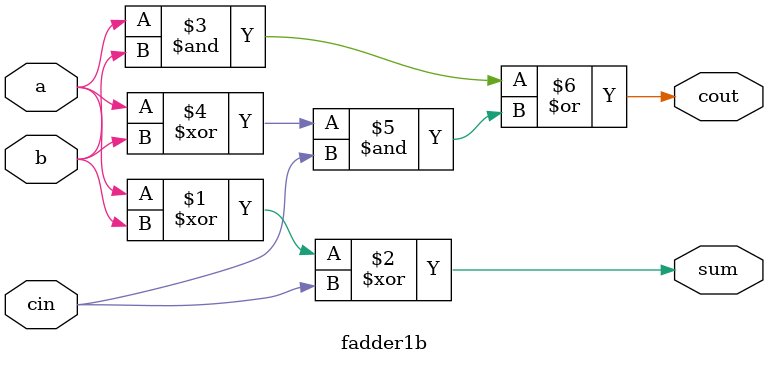
<source format=v>
module fadder1b(a,b,sum,cout,cin);

	input a,b,cin;
	output cout,sum;
	wire w1,w2,w3;

	//GateLevel - 
	/*
	xor x1(w1,a,b);

	xor s1(sum,w1,cin); //sum 

	and a1(w2,cin,w1);
	and a2(w3,a,b);

	or o1(cout,w2,w3);
	*/

	//Dataflow Level - 

	assign sum=((a^b)^cin);
	assign cout=((a&b)|((a^b)&cin));

endmodule

/*module tb_fadder1b;

	reg a,b,cin;
	wire cout,sum;

	fadder1b f1b(a,b,sum,cout,cin);

	initial
		begin
			$monitor(,$time," a=%b , b=%b, cin=%b, sum=%b, cout=%b",a,b,cin,sum,cout);

			#0 a=1'b0;b=1'b0;cin=1'b0;
			#2 a=1'b0;b=1'b0;cin=1'b1;
			#2 a=1'b0;b=1'b1;cin=1'b0;
			#2 a=1'b0;b=1'b1;cin=1'b1;
			#2 a=1'b1;b=1'b0;cin=1'b0;
			#2 a=1'b1;b=1'b0;cin=1'b1;
			#2 a=1'b1;b=1'b1;cin=1'b0;
			#2 a=1'b1;b=1'b1;cin=1'b1;

			$finish;
		end

endmodule*/

</source>
